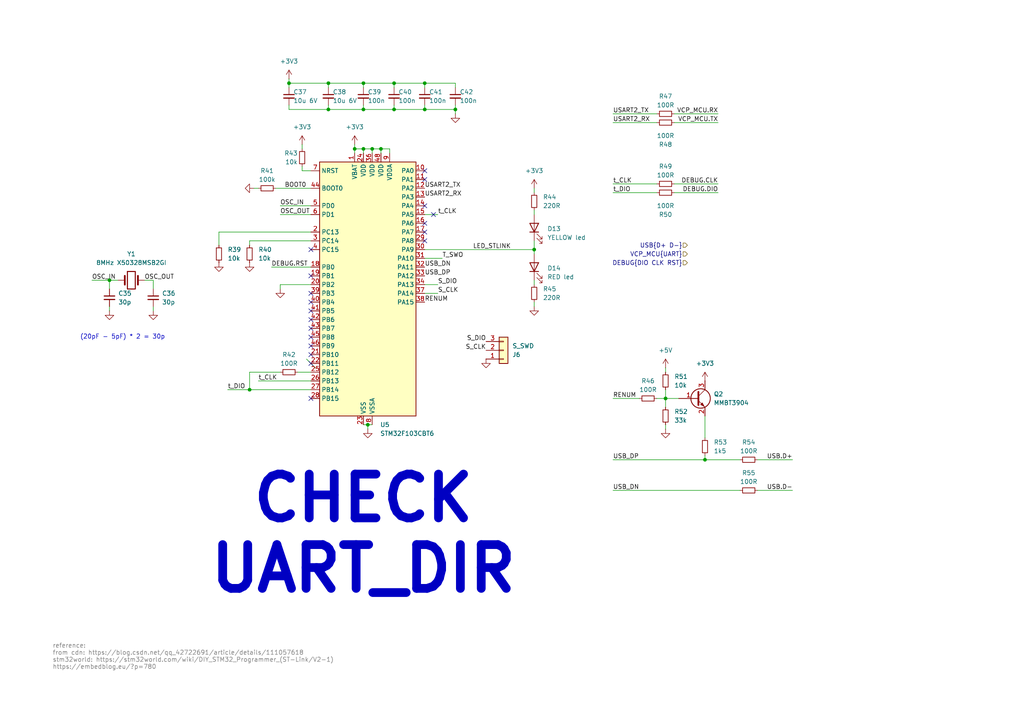
<source format=kicad_sch>
(kicad_sch (version 20250114) (generator "eeschema") (generator_version "9.0")
  (paper "A4")
  (title_block (title "VCU") (date "2025-06-29") (rev "3.0") (company "NTURacing") (comment 1 " 郭哲明 Jack Kuo, Jerrymk, ML Tsou") (comment 2 "Electrical group"))
  (lib_symbols
    (symbol "Connector_Generic:Conn_01x03" (pin_names (offset 1.016) (hide yes))
      (property "Reference" "J" (at 0 5.08 0))
      (property "Value" "Conn_01x03" (at 0 -5.08 0))
      (symbol "Conn_01x03_1_1"
        (rectangle (start -1.27 3.81) (end 1.27 -3.81) (stroke (width 0.254)) (fill (type background)))
        (rectangle (start -1.27 2.667) (end 0 2.413) (stroke (width 0.1524)))
        (rectangle (start -1.27 0.127) (end 0 -0.127) (stroke (width 0.1524)))
        (rectangle (start -1.27 -2.413) (end 0 -2.667) (stroke (width 0.1524)))
        (pin passive line (at -5.08 2.54 0) (length 3.81) (name "Pin_1") (number "1"))
        (pin passive line (at -5.08 0 0) (length 3.81) (name "Pin_2") (number "2"))
        (pin passive line (at -5.08 -2.54 0) (length 3.81) (name "Pin_3") (number "3"))
      )
    )
    (symbol "Device:C_Small" (pin_numbers (hide yes)) (pin_names (offset 0.254) (hide yes))
      (property "Reference" "C" (at 0.254 1.778 0))
      (property "Value" "C_Small" (at 0.254 -2.032 0))
      (symbol "C_Small_0_1"
        (polyline (pts (xy -1.524 0.508) (xy 1.524 0.508)) (stroke (width 0.3048)))
        (polyline (pts (xy -1.524 -0.508) (xy 1.524 -0.508)) (stroke (width 0.3302)))
      )
      (symbol "C_Small_1_1"
        (pin passive line (at 0 2.54 270) (length 2.032) (name "~") (number "1"))
        (pin passive line (at 0 -2.54 90) (length 2.032) (name "~") (number "2"))
      )
    )
    (symbol "Device:Crystal" (pin_numbers (hide yes)) (pin_names (offset 1.016) (hide yes))
      (property "Reference" "Y" (at 0 3.81 0))
      (property "Value" "Crystal" (at 0 -3.81 0))
      (symbol "Crystal_0_1"
        (polyline (pts (xy -2.54 0) (xy -1.905 0)))
        (polyline (pts (xy -1.905 -1.27) (xy -1.905 1.27)) (stroke (width 0.508)))
        (rectangle (start -1.143 2.54) (end 1.143 -2.54) (stroke (width 0.3048)))
        (polyline (pts (xy 1.905 -1.27) (xy 1.905 1.27)) (stroke (width 0.508)))
        (polyline (pts (xy 2.54 0) (xy 1.905 0)))
      )
      (symbol "Crystal_1_1"
        (pin passive line (at -3.81 0 0) (length 1.27) (name "1") (number "1"))
        (pin passive line (at 3.81 0 180) (length 1.27) (name "2") (number "2"))
      )
    )
    (symbol "Device:LED" (pin_numbers (hide yes)) (pin_names (offset 1.016) (hide yes))
      (property "Reference" "D" (at 0 2.54 0))
      (property "Value" "LED" (at 0 -2.54 0))
      (symbol "LED_0_1"
        (polyline (pts (xy -3.048 -0.762) (xy -4.572 -2.286) (xy -3.81 -2.286) (xy -4.572 -2.286) (xy -4.572 -1.524)))
        (polyline (pts (xy -1.778 -0.762) (xy -3.302 -2.286) (xy -2.54 -2.286) (xy -3.302 -2.286) (xy -3.302 -1.524)))
        (polyline (pts (xy -1.27 0) (xy 1.27 0)))
        (polyline (pts (xy -1.27 -1.27) (xy -1.27 1.27)) (stroke (width 0.254)))
        (polyline (pts (xy 1.27 -1.27) (xy 1.27 1.27) (xy -1.27 0) (xy 1.27 -1.27)) (stroke (width 0.254)))
      )
      (symbol "LED_1_1"
        (pin passive line (at -3.81 0 0) (length 2.54) (name "K") (number "1"))
        (pin passive line (at 3.81 0 180) (length 2.54) (name "A") (number "2"))
      )
    )
    (symbol "Device:R_Small" (pin_numbers (hide yes)) (pin_names (offset 0.254) (hide yes))
      (property "Reference" "R" (at 0.762 0.508 0))
      (property "Value" "R_Small" (at 0.762 -1.016 0))
      (symbol "R_Small_0_1"
        (rectangle (start -0.762 1.778) (end 0.762 -1.778) (stroke (width 0.2032)))
      )
      (symbol "R_Small_1_1"
        (pin passive line (at 0 2.54 270) (length 0.762) (name "~") (number "1"))
        (pin passive line (at 0 -2.54 90) (length 0.762) (name "~") (number "2"))
      )
    )
    (symbol "MCU_ST_STM32F1:STM32F103CBTx"
      (property "Reference" "U" (at -12.7 39.37 0))
      (property "Value" "STM32F103CBTx" (at 10.16 39.37 0))
      (symbol "STM32F103CBTx_0_1"
        (rectangle (start -12.7 -35.56) (end 15.24 38.1) (stroke (width 0.254)) (fill (type background)))
      )
      (symbol "STM32F103CBTx_1_1"
        (pin input line (at -15.24 35.56 0) (length 2.54) (name "NRST") (number "7"))
        (pin input line (at -15.24 30.48 0) (length 2.54) (name "BOOT0") (number "44"))
        (pin bidirectional line (at -15.24 25.4 0) (length 2.54) (name "PD0") (number "5"))
        (pin bidirectional line (at -15.24 22.86 0) (length 2.54) (name "PD1") (number "6"))
        (pin bidirectional line (at -15.24 17.78 0) (length 2.54) (name "PC13") (number "2"))
        (pin bidirectional line (at -15.24 15.24 0) (length 2.54) (name "PC14") (number "3"))
        (pin bidirectional line (at -15.24 12.7 0) (length 2.54) (name "PC15") (number "4"))
        (pin bidirectional line (at -15.24 7.62 0) (length 2.54) (name "PB0") (number "18"))
        (pin bidirectional line (at -15.24 5.08 0) (length 2.54) (name "PB1") (number "19"))
        (pin bidirectional line (at -15.24 2.54 0) (length 2.54) (name "PB2") (number "20"))
        (pin bidirectional line (at -15.24 0 0) (length 2.54) (name "PB3") (number "39"))
        (pin bidirectional line (at -15.24 -2.54 0) (length 2.54) (name "PB4") (number "40"))
        (pin bidirectional line (at -15.24 -5.08 0) (length 2.54) (name "PB5") (number "41"))
        (pin bidirectional line (at -15.24 -7.62 0) (length 2.54) (name "PB6") (number "42"))
        (pin bidirectional line (at -15.24 -10.16 0) (length 2.54) (name "PB7") (number "43"))
        (pin bidirectional line (at -15.24 -12.7 0) (length 2.54) (name "PB8") (number "45"))
        (pin bidirectional line (at -15.24 -15.24 0) (length 2.54) (name "PB9") (number "46"))
        (pin bidirectional line (at -15.24 -17.78 0) (length 2.54) (name "PB10") (number "21"))
        (pin bidirectional line (at -15.24 -20.32 0) (length 2.54) (name "PB11") (number "22"))
        (pin bidirectional line (at -15.24 -22.86 0) (length 2.54) (name "PB12") (number "25"))
        (pin bidirectional line (at -15.24 -25.4 0) (length 2.54) (name "PB13") (number "26"))
        (pin bidirectional line (at -15.24 -27.94 0) (length 2.54) (name "PB14") (number "27"))
        (pin bidirectional line (at -15.24 -30.48 0) (length 2.54) (name "PB15") (number "28"))
        (pin power_in line (at -2.54 40.64 270) (length 2.54) (name "VBAT") (number "1"))
        (pin power_in line (at 0 40.64 270) (length 2.54) (name "VDD") (number "24"))
        (pin power_in line (at 0 -38.1 90) (length 2.54) (name "VSS") (number "23"))
        (pin passive line (at 0 -38.1 90) (length 2.54) (hide yes) (name "VSS") (number "35"))
        (pin passive line (at 0 -38.1 90) (length 2.54) (hide yes) (name "VSS") (number "47"))
        (pin power_in line (at 2.54 40.64 270) (length 2.54) (name "VDD") (number "36"))
        (pin power_in line (at 2.54 -38.1 90) (length 2.54) (name "VSSA") (number "8"))
        (pin power_in line (at 5.08 40.64 270) (length 2.54) (name "VDD") (number "48"))
        (pin power_in line (at 7.62 40.64 270) (length 2.54) (name "VDDA") (number "9"))
        (pin bidirectional line (at 17.78 35.56 180) (length 2.54) (name "PA0") (number "10"))
        (pin bidirectional line (at 17.78 33.02 180) (length 2.54) (name "PA1") (number "11"))
        (pin bidirectional line (at 17.78 30.48 180) (length 2.54) (name "PA2") (number "12"))
        (pin bidirectional line (at 17.78 27.94 180) (length 2.54) (name "PA3") (number "13"))
        (pin bidirectional line (at 17.78 25.4 180) (length 2.54) (name "PA4") (number "14"))
        (pin bidirectional line (at 17.78 22.86 180) (length 2.54) (name "PA5") (number "15"))
        (pin bidirectional line (at 17.78 20.32 180) (length 2.54) (name "PA6") (number "16"))
        (pin bidirectional line (at 17.78 17.78 180) (length 2.54) (name "PA7") (number "17"))
        (pin bidirectional line (at 17.78 15.24 180) (length 2.54) (name "PA8") (number "29"))
        (pin bidirectional line (at 17.78 12.7 180) (length 2.54) (name "PA9") (number "30"))
        (pin bidirectional line (at 17.78 10.16 180) (length 2.54) (name "PA10") (number "31"))
        (pin bidirectional line (at 17.78 7.62 180) (length 2.54) (name "PA11") (number "32"))
        (pin bidirectional line (at 17.78 5.08 180) (length 2.54) (name "PA12") (number "33"))
        (pin bidirectional line (at 17.78 2.54 180) (length 2.54) (name "PA13") (number "34"))
        (pin bidirectional line (at 17.78 0 180) (length 2.54) (name "PA14") (number "37"))
        (pin bidirectional line (at 17.78 -2.54 180) (length 2.54) (name "PA15") (number "38"))
      )
    )
    (symbol "Transistor_BJT:MMBT3904" (pin_names (offset 0) (hide yes))
      (property "Reference" "Q" (at 5.08 1.905 0))
      (property "Value" "MMBT3904" (at 5.08 0 0))
      (symbol "MMBT3904_0_1"
        (polyline (pts (xy 0.635 1.905) (xy 0.635 -1.905) (xy 0.635 -1.905)) (stroke (width 0.508)))
        (polyline (pts (xy 0.635 0.635) (xy 2.54 2.54)))
        (polyline (pts (xy 0.635 -0.635) (xy 2.54 -2.54) (xy 2.54 -2.54)))
        (circle (center 1.27 0) (radius 2.8194) (stroke (width 0.254)))
        (polyline (pts (xy 1.27 -1.778) (xy 1.778 -1.27) (xy 2.286 -2.286) (xy 1.27 -1.778) (xy 1.27 -1.778)) (fill (type outline)))
      )
      (symbol "MMBT3904_1_1"
        (pin input line (at -5.08 0 0) (length 5.715) (name "B") (number "1"))
        (pin passive line (at 2.54 5.08 270) (length 2.54) (name "C") (number "3"))
        (pin passive line (at 2.54 -5.08 90) (length 2.54) (name "E") (number "2"))
      )
    )
    (symbol "power:+3V3" (power) (pin_numbers (hide yes)) (pin_names (offset 0) (hide yes))
      (property "Value" "+3V3" (at 0 3.556 0))
      (symbol "+3V3_0_1"
        (polyline (pts (xy -0.762 1.27) (xy 0 2.54)))
        (polyline (pts (xy 0 2.54) (xy 0.762 1.27)))
        (polyline (pts (xy 0 0) (xy 0 2.54)))
      )
      (symbol "+3V3_1_1"
        (pin power_in line (at 0 0 90) (length 0) (name "~") (number "1"))
      )
    )
    (symbol "power:+5V" (power) (pin_numbers (hide yes)) (pin_names (offset 0) (hide yes))
      (property "Value" "+5V" (at 0 3.556 0))
      (symbol "+5V_0_1"
        (polyline (pts (xy -0.762 1.27) (xy 0 2.54)))
        (polyline (pts (xy 0 2.54) (xy 0.762 1.27)))
        (polyline (pts (xy 0 0) (xy 0 2.54)))
      )
      (symbol "+5V_1_1"
        (pin power_in line (at 0 0 90) (length 0) (name "~") (number "1"))
      )
    )
    (symbol "power:GND" (power) (pin_numbers (hide yes)) (pin_names (offset 0) (hide yes))
      (property "Value" "GND" (at 0 -3.81 0))
      (symbol "GND_0_1"
        (polyline (pts (xy 0 0) (xy 0 -1.27) (xy 1.27 -1.27) (xy 0 -2.54) (xy -1.27 -1.27) (xy 0 -1.27)))
      )
      (symbol "GND_1_1"
        (pin power_in line (at 0 0 270) (length 0) (name "~") (number "1"))
      )
    )
  )
  (text "(20pF - 5pF) * 2 = 30p" (at 35.56 97.79 0) (effects (font (size 1.27 1.27))))
  (text "reference:\nfrom cdn: https://blog.csdn.net/qq_42722691/article/details/111057618\nstm32world: https://stm32world.com/wiki/DIY_STM32_Programmer_(ST-Link/V2-1)\nhttps://embedblog.eu/?p=780" (at 15.24 186.69 0) (effects (font (size 1.27 1.27)) (justify left top)))
  (text "CHECK\nUART_DIR" (at 105.41 154.94 0) (effects (font (size 12.7 12.7) (thickness 2.54) (bold yes))))
  (junction (at 95.25 31.75))
  (junction (at 110.49 43.18))
  (junction (at 102.87 43.18))
  (junction (at 132.08 31.75))
  (junction (at 83.82 24.13))
  (junction (at 123.19 31.75))
  (junction (at 193.04 115.57))
  (junction (at 95.25 24.13))
  (junction (at 72.39 113.03))
  (junction (at 31.75 81.28))
  (junction (at 105.41 31.75))
  (junction (at 107.95 43.18))
  (junction (at 204.47 133.35))
  (junction (at 114.3 24.13))
  (junction (at 114.3 31.75))
  (junction (at 106.68 123.19))
  (junction (at 105.41 43.18))
  (junction (at 105.41 24.13))
  (junction (at 154.94 72.39))
  (junction (at 123.19 24.13))
  (no_connect (at 90.17 95.25))
  (no_connect (at 123.19 49.53))
  (no_connect (at 90.17 80.01))
  (no_connect (at 90.17 102.87))
  (no_connect (at 90.17 92.71))
  (no_connect (at 90.17 90.17))
  (no_connect (at 90.17 87.63))
  (no_connect (at 90.17 105.41))
  (no_connect (at 125.73 62.23))
  (no_connect (at 90.17 100.33))
  (no_connect (at 123.19 69.85))
  (no_connect (at 90.17 72.39))
  (no_connect (at 90.17 97.79))
  (no_connect (at 123.19 64.77))
  (no_connect (at 90.17 115.57))
  (no_connect (at 123.19 52.07))
  (no_connect (at 123.19 59.69))
  (no_connect (at 90.17 85.09))
  (no_connect (at 123.19 67.31))
  (bus_entry (at 88.9 104.14) (size 2.54 2.54))
  (wire (pts (xy 106.68 123.19) (xy 107.95 123.19)))
  (wire (pts (xy 154.94 55.88) (xy 154.94 54.61)))
  (wire (pts (xy 74.93 110.49) (xy 90.17 110.49)))
  (wire (pts (xy 113.03 43.18) (xy 113.03 44.45)))
  (wire (pts (xy 193.04 124.46) (xy 193.04 123.19)))
  (wire (pts (xy 193.04 113.03) (xy 193.04 115.57)))
  (wire (pts (xy 26.67 81.28) (xy 31.75 81.28)))
  (wire (pts (xy 177.8 133.35) (xy 204.47 133.35)))
  (wire (pts (xy 123.19 82.55) (xy 127 82.55)))
  (wire (pts (xy 90.17 82.55) (xy 81.28 82.55)))
  (wire (pts (xy 81.28 59.69) (xy 90.17 59.69)))
  (wire (pts (xy 90.17 69.85) (xy 72.39 69.85)))
  (wire (pts (xy 114.3 31.75) (xy 123.19 31.75)))
  (wire (pts (xy 154.94 88.9) (xy 154.94 87.63)))
  (wire (pts (xy 154.94 72.39) (xy 154.94 69.85)))
  (wire (pts (xy 107.95 43.18) (xy 107.95 44.45)))
  (wire (pts (xy 86.36 107.95) (xy 90.17 107.95)))
  (wire (pts (xy 63.5 71.12) (xy 63.5 67.31)))
  (wire (pts (xy 105.41 24.13) (xy 114.3 24.13)))
  (wire (pts (xy 114.3 24.13) (xy 123.19 24.13)))
  (wire (pts (xy 87.63 41.91) (xy 87.63 43.18)))
  (wire (pts (xy 80.01 54.61) (xy 90.17 54.61)))
  (wire (pts (xy 154.94 60.96) (xy 154.94 62.23)))
  (wire (pts (xy 193.04 106.68) (xy 193.04 107.95)))
  (wire (pts (xy 83.82 31.75) (xy 83.82 30.48)))
  (wire (pts (xy 83.82 31.75) (xy 95.25 31.75)))
  (wire (pts (xy 102.87 43.18) (xy 102.87 44.45)))
  (wire (pts (xy 195.58 35.56) (xy 208.28 35.56)))
  (wire (pts (xy 190.5 55.88) (xy 177.8 55.88)))
  (wire (pts (xy 214.63 142.24) (xy 177.8 142.24)))
  (wire (pts (xy 102.87 41.91) (xy 102.87 43.18)))
  (wire (pts (xy 107.95 43.18) (xy 110.49 43.18)))
  (wire (pts (xy 123.19 85.09) (xy 127 85.09)))
  (wire (pts (xy 123.19 31.75) (xy 132.08 31.75)))
  (wire (pts (xy 83.82 22.86) (xy 83.82 24.13)))
  (wire (pts (xy 95.25 31.75) (xy 105.41 31.75)))
  (wire (pts (xy 87.63 49.53) (xy 90.17 49.53)))
  (wire (pts (xy 105.41 31.75) (xy 114.3 31.75)))
  (wire (pts (xy 204.47 127) (xy 204.47 120.65)))
  (wire (pts (xy 72.39 107.95) (xy 72.39 113.03)))
  (wire (pts (xy 154.94 82.55) (xy 154.94 81.28)))
  (wire (pts (xy 132.08 33.02) (xy 132.08 31.75)))
  (wire (pts (xy 72.39 69.85) (xy 72.39 71.12)))
  (wire (pts (xy 105.41 43.18) (xy 105.41 44.45)))
  (wire (pts (xy 204.47 132.08) (xy 204.47 133.35)))
  (wire (pts (xy 114.3 24.13) (xy 114.3 25.4)))
  (wire (pts (xy 154.94 73.66) (xy 154.94 72.39)))
  (wire (pts (xy 66.04 113.03) (xy 72.39 113.03)))
  (wire (pts (xy 110.49 43.18) (xy 110.49 44.45)))
  (wire (pts (xy 177.8 115.57) (xy 185.42 115.57)))
  (wire (pts (xy 87.63 48.26) (xy 87.63 49.53)))
  (wire (pts (xy 102.87 43.18) (xy 105.41 43.18)))
  (wire (pts (xy 95.25 24.13) (xy 105.41 24.13)))
  (wire (pts (xy 219.71 133.35) (xy 229.87 133.35)))
  (wire (pts (xy 219.71 142.24) (xy 229.87 142.24)))
  (wire (pts (xy 132.08 31.75) (xy 132.08 30.48)))
  (wire (pts (xy 81.28 107.95) (xy 72.39 107.95)))
  (wire (pts (xy 132.08 24.13) (xy 132.08 25.4)))
  (wire (pts (xy 41.91 81.28) (xy 44.45 81.28)))
  (wire (pts (xy 110.49 43.18) (xy 113.03 43.18)))
  (wire (pts (xy 44.45 88.9) (xy 44.45 90.17)))
  (wire (pts (xy 177.8 53.34) (xy 190.5 53.34)))
  (wire (pts (xy 193.04 118.11) (xy 193.04 115.57)))
  (wire (pts (xy 204.47 133.35) (xy 214.63 133.35)))
  (wire (pts (xy 31.75 81.28) (xy 31.75 83.82)))
  (wire (pts (xy 123.19 24.13) (xy 123.19 25.4)))
  (wire (pts (xy 195.58 53.34) (xy 208.28 53.34)))
  (wire (pts (xy 72.39 113.03) (xy 90.17 113.03)))
  (wire (pts (xy 95.25 31.75) (xy 95.25 30.48)))
  (wire (pts (xy 106.68 123.19) (xy 106.68 124.46)))
  (wire (pts (xy 195.58 33.02) (xy 208.28 33.02)))
  (wire (pts (xy 190.5 115.57) (xy 193.04 115.57)))
  (wire (pts (xy 95.25 24.13) (xy 95.25 25.4)))
  (wire (pts (xy 123.19 74.93) (xy 128.27 74.93)))
  (wire (pts (xy 81.28 82.55) (xy 81.28 83.82)))
  (wire (pts (xy 123.19 72.39) (xy 154.94 72.39)))
  (wire (pts (xy 177.8 35.56) (xy 190.5 35.56)))
  (wire (pts (xy 123.19 31.75) (xy 123.19 30.48)))
  (wire (pts (xy 44.45 83.82) (xy 44.45 81.28)))
  (wire (pts (xy 123.19 24.13) (xy 132.08 24.13)))
  (wire (pts (xy 81.28 62.23) (xy 90.17 62.23)))
  (wire (pts (xy 63.5 67.31) (xy 90.17 67.31)))
  (wire (pts (xy 83.82 24.13) (xy 95.25 24.13)))
  (wire (pts (xy 105.41 31.75) (xy 105.41 30.48)))
  (wire (pts (xy 31.75 88.9) (xy 31.75 90.17)))
  (wire (pts (xy 177.8 33.02) (xy 190.5 33.02)))
  (wire (pts (xy 127 62.23) (xy 123.19 62.23)))
  (wire (pts (xy 83.82 24.13) (xy 83.82 25.4)))
  (wire (pts (xy 73.66 54.61) (xy 74.93 54.61)))
  (wire (pts (xy 106.68 123.19) (xy 105.41 123.19)))
  (wire (pts (xy 193.04 115.57) (xy 196.85 115.57)))
  (wire (pts (xy 105.41 43.18) (xy 107.95 43.18)))
  (wire (pts (xy 114.3 31.75) (xy 114.3 30.48)))
  (wire (pts (xy 78.74 77.47) (xy 90.17 77.47)))
  (wire (pts (xy 195.58 55.88) (xy 208.28 55.88)))
  (wire (pts (xy 31.75 81.28) (xy 34.29 81.28)))
  (wire (pts (xy 105.41 24.13) (xy 105.41 25.4)))
  (label "DEBUG.RST" (at 78.74 77.47 0))
  (label "USB_DP" (at 177.8 133.35 0))
  (label "USB_DP" (at 123.19 80.01 0))
  (label "t_CLK" (at 127 62.23 0))
  (label "DEBUG.DIO" (at 208.28 55.88 180))
  (label "USART2_RX" (at 177.8 35.56 0))
  (label "OSC_IN" (at 81.28 59.69 0))
  (label "T_SWO" (at 128.27 74.93 0))
  (label "S_DIO" (at 140.97 99.06 180))
  (label "OSC_OUT" (at 81.28 62.23 0))
  (label "t_DIO" (at 177.8 55.88 0))
  (label "OSC_IN" (at 26.67 81.28 0))
  (label "USART2_TX" (at 177.8 33.02 0))
  (label "t_DIO" (at 66.04 113.03 0))
  (label "RENUM" (at 123.19 87.63 0))
  (label "VCP_MCU.TX" (at 208.28 35.56 180))
  (label "USART2_TX" (at 123.19 54.61 0))
  (label "t_CLK" (at 177.8 53.34 0))
  (label "USART2_RX" (at 123.19 57.15 0))
  (label "DEBUG.CLK" (at 208.28 53.34 180))
  (label "USB.D+" (at 229.87 133.35 180))
  (label "S_DIO" (at 127 82.55 0))
  (label "OSC_OUT" (at 41.91 81.28 0))
  (label "LED_STLINK" (at 137.16 72.39 0))
  (label "USB_DN" (at 123.19 77.47 0))
  (label "USB.D-" (at 229.87 142.24 180))
  (label "S_CLK" (at 127 85.09 0))
  (label "S_CLK" (at 140.97 101.6 180))
  (label "VCP_MCU.RX" (at 208.28 33.02 180))
  (label "RENUM" (at 177.8 115.57 0))
  (label "BOOT0" (at 82.55 54.61 0))
  (label "t_CLK" (at 74.93 110.49 0))
  (label "USB_DN" (at 177.8 142.24 0))
  (hierarchical_label "USB{D+ D-}" (shape input) (at 199.39 71.12 180))
  (hierarchical_label "DEBUG{DIO CLK RST}" (shape input) (at 199.39 76.2 180))
  (hierarchical_label "VCP_MCU{UART}" (shape input) (at 199.39 73.66 180))
  (symbol (lib_id "power:GND") (at 63.5 76.2 0) (unit 1)
    (property "Reference" "#PWR074" (effects (hide yes)))
    (property "Value" "GND" (effects (hide yes)))
    (property "Description" "Power symbol creates a global label with name \"GND\" , ground" (effects (hide yes)))
  )
  (symbol (lib_id "Device:R_Small") (at 63.5 73.66 0) (unit 1)
    (property "Reference" "R39" (at 66.04 72.3899 0) (effects (justify left)))
    (property "Value" "10k" (at 66.04 74.9299 0) (effects (justify left)))
    (property "Footprint" "Resistor_SMD:R_0402_1005Metric" (effects (hide yes)))
    (property "Description" "Resistor, small symbol" (effects (hide yes)))
  )
  (symbol (lib_id "Device:C_Small") (at 83.82 27.94 0) (unit 1)
    (property "Reference" "C37" (at 85.09 26.67 0) (effects (justify left)))
    (property "Value" "10u 6V" (at 85.09 29.21 0) (effects (justify left)))
    (property "Footprint" "Capacitor_SMD:C_0402_1005Metric" (effects (hide yes)))
    (property "Description" "Unpolarized capacitor, small symbol" (effects (hide yes)))
  )
  (symbol (lib_id "Transistor_BJT:MMBT3904") (at 201.93 115.57 0) (unit 1)
    (property "Reference" "Q2" (at 207.01 114.3 0) (effects (justify left)))
    (property "Value" "MMBT3904" (at 207.01 116.84 0) (effects (justify left)))
    (property "Footprint" "Package_TO_SOT_SMD:SOT-23" (effects (hide yes)))
    (property "Datasheet" "https://www.onsemi.com/pdf/datasheet/pzt3904-d.pdf" (effects (hide yes)))
    (property "Description" "0.2A Ic, 40V Vce, Small Signal NPN Transistor, SOT-23" (effects (hide yes)))
  )
  (symbol (lib_id "power:GND") (at 140.97 104.14 0) (unit 1)
    (property "Reference" "#PWR083" (effects (hide yes)))
    (property "Value" "GND" (effects (hide yes)))
    (property "Description" "Power symbol creates a global label with name \"GND\" , ground" (effects (hide yes)))
  )
  (symbol (lib_id "Device:Crystal") (at 38.1 81.28 0) (unit 1)
    (property "Reference" "Y1" (at 38.1 73.66 0))
    (property "Value" "8MHz X50328MSB2GI" (at 38.1 76.2 0))
    (property "Footprint" "Crystal:Crystal_SMD_5032-2Pin_5.0x3.2mm" (effects (hide yes)))
    (property "Description" "Two pin crystal" (effects (hide yes)))
  )
  (symbol (lib_id "Device:R_Small") (at 72.39 73.66 0) (unit 1)
    (property "Reference" "R40" (at 74.93 72.39 0) (effects (justify left)))
    (property "Value" "10k" (at 74.93 74.93 0) (effects (justify left)))
    (property "Footprint" "Resistor_SMD:R_0402_1005Metric" (effects (hide yes)))
    (property "Description" "Resistor, small symbol" (effects (hide yes)))
  )
  (symbol (lib_id "Device:R_Small") (at 187.96 115.57 90) (unit 1)
    (property "Reference" "R46" (at 187.96 110.49 90))
    (property "Value" "100R" (at 187.96 113.03 90))
    (property "Footprint" "Resistor_SMD:R_0402_1005Metric" (effects (hide yes)))
    (property "Description" "Resistor, small symbol" (effects (hide yes)))
  )
  (symbol (lib_id "Device:R_Small") (at 87.63 45.72 0) (mirror y) (unit 1)
    (property "Reference" "R43" (at 86.36 44.45 0) (effects (justify left)))
    (property "Value" "10k" (at 86.36 46.99 0) (effects (justify left)))
    (property "Footprint" "Resistor_SMD:R_0402_1005Metric" (effects (hide yes)))
    (property "Description" "Resistor, small symbol" (effects (hide yes)))
  )
  (symbol (lib_id "Device:C_Small") (at 105.41 27.94 0) (unit 1)
    (property "Reference" "C39" (at 106.68 26.67 0) (effects (justify left)))
    (property "Value" "100n" (at 106.68 29.21 0) (effects (justify left)))
    (property "Footprint" "Capacitor_SMD:C_0402_1005Metric" (effects (hide yes)))
    (property "Description" "Unpolarized capacitor, small symbol" (effects (hide yes)))
  )
  (symbol (lib_id "Device:C_Small") (at 132.08 27.94 0) (unit 1)
    (property "Reference" "C42" (at 133.35 26.67 0) (effects (justify left)))
    (property "Value" "100n" (at 133.35 29.21 0) (effects (justify left)))
    (property "Footprint" "Capacitor_SMD:C_0402_1005Metric" (effects (hide yes)))
    (property "Description" "Unpolarized capacitor, small symbol" (effects (hide yes)))
  )
  (symbol (lib_id "Device:R_Small") (at 193.04 33.02 90) (unit 1)
    (property "Reference" "R47" (at 193.04 27.94 90))
    (property "Value" "100R" (at 193.04 30.48 90))
    (property "Footprint" "Resistor_SMD:R_0402_1005Metric" (effects (hide yes)))
    (property "Description" "Resistor, small symbol" (effects (hide yes)))
  )
  (symbol (lib_id "Device:R_Small") (at 193.04 110.49 0) (unit 1)
    (property "Reference" "R51" (at 195.58 109.22 0) (effects (justify left)))
    (property "Value" "10k" (at 195.58 111.76 0) (effects (justify left)))
    (property "Footprint" "Resistor_SMD:R_0402_1005Metric" (effects (hide yes)))
    (property "Description" "Resistor, small symbol" (effects (hide yes)))
  )
  (symbol (lib_id "power:+3V3") (at 83.82 22.86 0) (unit 1)
    (property "Reference" "#PWR078" (effects (hide yes)))
    (property "Value" "+3V3" (at 83.82 17.78 0))
    (property "Description" "Power symbol creates a global label with name \"+3V3\"" (effects (hide yes)))
  )
  (symbol (lib_id "Device:LED") (at 154.94 66.04 90) (unit 1)
    (property "Reference" "D13" (at 158.75 66.3574 90) (effects (justify right)))
    (property "Value" "YELLOW led" (at 158.75 68.8974 90) (effects (justify right)))
    (property "Footprint" "LED_SMD:LED_0603_1608Metric" (effects (hide yes)))
    (property "Description" "Light emitting diode" (effects (hide yes)))
  )
  (symbol (lib_id "Device:R_Small") (at 154.94 58.42 0) (unit 1)
    (property "Reference" "R44" (at 157.48 57.15 0) (effects (justify left)))
    (property "Value" "220R" (at 157.48 59.69 0) (effects (justify left)))
    (property "Footprint" "Resistor_SMD:R_0402_1005Metric" (effects (hide yes)))
    (property "Description" "Resistor, small symbol" (effects (hide yes)))
  )
  (symbol (lib_id "Device:R_Small") (at 193.04 55.88 90) (mirror x) (unit 1)
    (property "Reference" "R50" (at 193.04 62.23 90))
    (property "Value" "100R" (at 193.04 59.69 90))
    (property "Footprint" "Resistor_SMD:R_0402_1005Metric" (effects (hide yes)))
    (property "Description" "Resistor, small symbol" (effects (hide yes)))
  )
  (symbol (lib_id "power:+3V3") (at 102.87 41.91 0) (unit 1)
    (property "Reference" "#PWR080" (effects (hide yes)))
    (property "Value" "+3V3" (at 102.87 36.83 0))
    (property "Description" "Power symbol creates a global label with name \"+3V3\"" (effects (hide yes)))
  )
  (symbol (lib_id "Device:R_Small") (at 217.17 133.35 270) (mirror x) (unit 1)
    (property "Reference" "R54" (at 217.17 128.27 90))
    (property "Value" "100R" (at 217.17 130.81 90))
    (property "Footprint" "Resistor_SMD:R_0402_1005Metric" (effects (hide yes)))
    (property "Description" "Resistor, small symbol" (effects (hide yes)))
  )
  (symbol (lib_id "Device:R_Small") (at 193.04 120.65 0) (unit 1)
    (property "Reference" "R52" (at 195.58 119.38 0) (effects (justify left)))
    (property "Value" "33k" (at 195.58 121.92 0) (effects (justify left)))
    (property "Footprint" "Resistor_SMD:R_0402_1005Metric" (effects (hide yes)))
    (property "Description" "Resistor, small symbol" (effects (hide yes)))
  )
  (symbol (lib_id "Device:R_Small") (at 193.04 35.56 90) (mirror x) (unit 1)
    (property "Reference" "R48" (at 193.04 41.91 90))
    (property "Value" "100R" (at 193.04 39.37 90))
    (property "Footprint" "Resistor_SMD:R_0402_1005Metric" (effects (hide yes)))
    (property "Description" "Resistor, small symbol" (effects (hide yes)))
  )
  (symbol (lib_id "power:GND") (at 73.66 54.61 270) (unit 1)
    (property "Reference" "#PWR076" (effects (hide yes)))
    (property "Value" "GND" (effects (hide yes)))
    (property "Description" "Power symbol creates a global label with name \"GND\" , ground" (effects (hide yes)))
  )
  (symbol (lib_id "power:GND") (at 106.68 124.46 0) (unit 1)
    (property "Reference" "#PWR081" (effects (hide yes)))
    (property "Value" "GND" (effects (hide yes)))
    (property "Description" "Power symbol creates a global label with name \"GND\" , ground" (effects (hide yes)))
  )
  (symbol (lib_id "Device:C_Small") (at 95.25 27.94 0) (unit 1)
    (property "Reference" "C38" (at 96.52 26.67 0) (effects (justify left)))
    (property "Value" "10u 6V" (at 96.52 29.21 0) (effects (justify left)))
    (property "Footprint" "Capacitor_SMD:C_0402_1005Metric" (effects (hide yes)))
    (property "Description" "Unpolarized capacitor, small symbol" (effects (hide yes)))
  )
  (symbol (lib_id "Device:R_Small") (at 193.04 53.34 90) (unit 1)
    (property "Reference" "R49" (at 193.04 48.26 90))
    (property "Value" "100R" (at 193.04 50.8 90))
    (property "Footprint" "Resistor_SMD:R_0402_1005Metric" (effects (hide yes)))
    (property "Description" "Resistor, small symbol" (effects (hide yes)))
  )
  (symbol (lib_id "power:GND") (at 81.28 83.82 0) (unit 1)
    (property "Reference" "#PWR077" (effects (hide yes)))
    (property "Value" "GND" (effects (hide yes)))
    (property "Description" "Power symbol creates a global label with name \"GND\" , ground" (effects (hide yes)))
  )
  (symbol (lib_id "Device:LED") (at 154.94 77.47 90) (unit 1)
    (property "Reference" "D14" (at 158.75 77.7874 90) (effects (justify right)))
    (property "Value" "RED led" (at 158.75 80.3274 90) (effects (justify right)))
    (property "Footprint" "LED_SMD:LED_0603_1608Metric" (effects (hide yes)))
    (property "Description" "Light emitting diode" (effects (hide yes)))
  )
  (symbol (lib_id "Connector_Generic:Conn_01x03") (at 146.05 101.6 0) (mirror x) (unit 1)
    (property "Reference" "J6" (at 148.59 102.87 0) (effects (justify left)))
    (property "Value" "S_SWD" (at 148.59 100.33 0) (effects (justify left)))
    (property "Footprint" "Connector_PinHeader_2.54mm:PinHeader_1x03_P2.54mm_Vertical" (effects (hide yes)))
    (property "Description" "Generic connector, single row, 01x03, script generated (kicad-library-utils/schlib/autogen/connector/)" (effects (hide yes)))
  )
  (symbol (lib_id "Device:C_Small") (at 114.3 27.94 0) (unit 1)
    (property "Reference" "C40" (at 115.57 26.67 0) (effects (justify left)))
    (property "Value" "100n" (at 115.57 29.21 0) (effects (justify left)))
    (property "Footprint" "Capacitor_SMD:C_0402_1005Metric" (effects (hide yes)))
    (property "Description" "Unpolarized capacitor, small symbol" (effects (hide yes)))
  )
  (symbol (lib_id "power:+5V") (at 193.04 106.68 0) (mirror y) (unit 1)
    (property "Reference" "#PWR086" (effects (hide yes)))
    (property "Value" "+5V" (at 193.04 101.6 0))
    (property "Description" "Power symbol creates a global label with name \"+5V\"" (effects (hide yes)))
  )
  (symbol (lib_id "power:+3V3") (at 154.94 54.61 0) (unit 1)
    (property "Reference" "#PWR084" (effects (hide yes)))
    (property "Value" "+3V3" (at 154.94 49.53 0))
    (property "Description" "Power symbol creates a global label with name \"+3V3\"" (effects (hide yes)))
  )
  (symbol (lib_id "power:GND") (at 154.94 88.9 0) (unit 1)
    (property "Reference" "#PWR085" (effects (hide yes)))
    (property "Value" "GND" (effects (hide yes)))
    (property "Description" "Power symbol creates a global label with name \"GND\" , ground" (effects (hide yes)))
  )
  (symbol (lib_id "Device:R_Small") (at 204.47 129.54 0) (unit 1)
    (property "Reference" "R53" (at 207.01 128.27 0) (effects (justify left)))
    (property "Value" "1k5" (at 207.01 130.81 0) (effects (justify left)))
    (property "Footprint" "Resistor_SMD:R_0402_1005Metric" (effects (hide yes)))
    (property "Description" "Resistor, small symbol" (effects (hide yes)))
  )
  (symbol (lib_id "power:GND") (at 72.39 76.2 0) (unit 1)
    (property "Reference" "#PWR075" (effects (hide yes)))
    (property "Value" "GND" (effects (hide yes)))
    (property "Description" "Power symbol creates a global label with name \"GND\" , ground" (effects (hide yes)))
  )
  (symbol (lib_id "Device:R_Small") (at 83.82 107.95 90) (unit 1)
    (property "Reference" "R42" (at 83.82 102.87 90))
    (property "Value" "100R" (at 83.82 105.41 90))
    (property "Footprint" "Resistor_SMD:R_0402_1005Metric" (effects (hide yes)))
    (property "Description" "Resistor, small symbol" (effects (hide yes)))
  )
  (symbol (lib_id "power:+3V3") (at 204.47 110.49 0) (unit 1)
    (property "Reference" "#PWR088" (effects (hide yes)))
    (property "Value" "+3V3" (at 204.47 105.41 0))
    (property "Description" "Power symbol creates a global label with name \"+3V3\"" (effects (hide yes)))
  )
  (symbol (lib_id "Device:C_Small") (at 31.75 86.36 0) (unit 1)
    (property "Reference" "C35" (at 34.29 85.0962 0) (effects (justify left)))
    (property "Value" "30p" (at 34.29 87.6362 0) (effects (justify left)))
    (property "Footprint" "Capacitor_SMD:C_0402_1005Metric" (effects (hide yes)))
    (property "Description" "Unpolarized capacitor, small symbol" (effects (hide yes)))
  )
  (symbol (lib_id "Device:R_Small") (at 77.47 54.61 270) (unit 1)
    (property "Reference" "R41" (at 77.47 49.53 90))
    (property "Value" "100k" (at 77.47 52.07 90))
    (property "Footprint" "Resistor_SMD:R_0402_1005Metric" (effects (hide yes)))
    (property "Description" "Resistor, small symbol" (effects (hide yes)))
  )
  (symbol (lib_id "power:GND") (at 31.75 90.17 0) (unit 1)
    (property "Reference" "#PWR072" (effects (hide yes)))
    (property "Value" "GND" (effects (hide yes)))
    (property "Description" "Power symbol creates a global label with name \"GND\" , ground" (effects (hide yes)))
  )
  (symbol (lib_id "power:GND") (at 193.04 124.46 0) (unit 1)
    (property "Reference" "#PWR087" (effects (hide yes)))
    (property "Value" "GND" (effects (hide yes)))
    (property "Description" "Power symbol creates a global label with name \"GND\" , ground" (effects (hide yes)))
  )
  (symbol (lib_id "Device:C_Small") (at 44.45 86.36 0) (unit 1)
    (property "Reference" "C36" (at 46.99 85.0962 0) (effects (justify left)))
    (property "Value" "30p" (at 46.99 87.6362 0) (effects (justify left)))
    (property "Footprint" "Capacitor_SMD:C_0402_1005Metric" (effects (hide yes)))
    (property "Description" "Unpolarized capacitor, small symbol" (effects (hide yes)))
  )
  (symbol (lib_id "power:+3V3") (at 87.63 41.91 0) (unit 1)
    (property "Reference" "#PWR079" (effects (hide yes)))
    (property "Value" "+3V3" (at 87.63 36.83 0))
    (property "Description" "Power symbol creates a global label with name \"+3V3\"" (effects (hide yes)))
  )
  (symbol (lib_id "Device:R_Small") (at 217.17 142.24 90) (unit 1)
    (property "Reference" "R55" (at 217.17 137.16 90))
    (property "Value" "100R" (at 217.17 139.7 90))
    (property "Footprint" "Resistor_SMD:R_0402_1005Metric" (effects (hide yes)))
    (property "Description" "Resistor, small symbol" (effects (hide yes)))
  )
  (symbol (lib_id "Device:C_Small") (at 123.19 27.94 0) (unit 1)
    (property "Reference" "C41" (at 124.46 26.67 0) (effects (justify left)))
    (property "Value" "100n" (at 124.46 29.21 0) (effects (justify left)))
    (property "Footprint" "Capacitor_SMD:C_0402_1005Metric" (effects (hide yes)))
    (property "Description" "Unpolarized capacitor, small symbol" (effects (hide yes)))
  )
  (symbol (lib_id "power:GND") (at 44.45 90.17 0) (unit 1)
    (property "Reference" "#PWR073" (effects (hide yes)))
    (property "Value" "GND" (effects (hide yes)))
    (property "Description" "Power symbol creates a global label with name \"GND\" , ground" (effects (hide yes)))
  )
  (symbol (lib_id "Device:R_Small") (at 154.94 85.09 0) (unit 1)
    (property "Reference" "R45" (at 157.48 83.82 0) (effects (justify left)))
    (property "Value" "220R" (at 157.48 86.36 0) (effects (justify left)))
    (property "Footprint" "Resistor_SMD:R_0402_1005Metric" (effects (hide yes)))
    (property "Description" "Resistor, small symbol" (effects (hide yes)))
  )
  (symbol (lib_id "MCU_ST_STM32F1:STM32F103CBTx") (at 105.41 85.09 0) (unit 1)
    (property "Reference" "U5" (at 110.2635 123.19 0) (effects (justify left)))
    (property "Value" "STM32F103CBT6" (at 110.2635 125.73 0) (effects (justify left)))
    (property "Footprint" "Package_QFP:LQFP-48_7x7mm_P0.5mm" (effects (hide yes)))
    (property "Datasheet" "https://www.st.com/resource/en/datasheet/stm32f103cb.pdf" (effects (hide yes)))
    (property "Description" "STMicroelectronics Arm Cortex-M3 MCU, 128KB flash, 20KB RAM, 72 MHz, 2.0-3.6V, 37 GPIO, LQFP48" (effects (hide yes)))
  )
  (symbol (lib_id "power:GND") (at 132.08 33.02 0) (unit 1)
    (property "Reference" "#PWR082" (effects (hide yes)))
    (property "Value" "GND" (effects (hide yes)))
    (property "Description" "Power symbol creates a global label with name \"GND\" , ground" (effects (hide yes)))
  )
)
</source>
